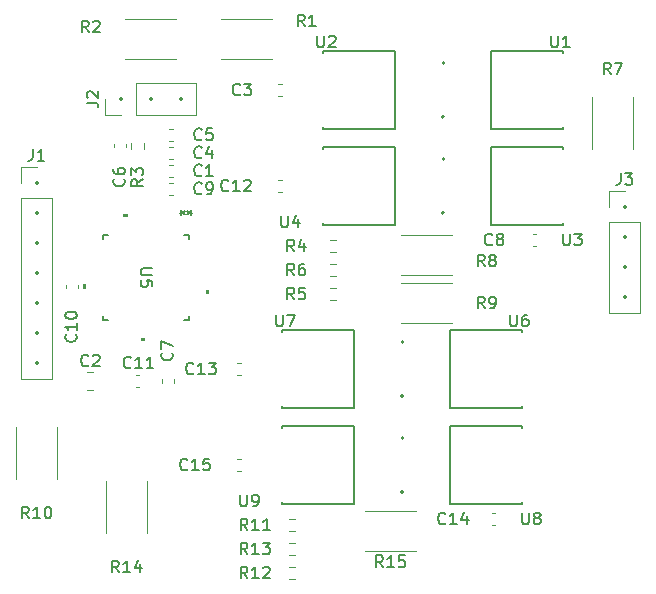
<source format=gto>
%TF.GenerationSoftware,KiCad,Pcbnew,8.0.7*%
%TF.CreationDate,2025-02-15T17:42:46+02:00*%
%TF.ProjectId,stepper-motor-controller,73746570-7065-4722-9d6d-6f746f722d63,rev?*%
%TF.SameCoordinates,Original*%
%TF.FileFunction,Legend,Top*%
%TF.FilePolarity,Positive*%
%FSLAX46Y46*%
G04 Gerber Fmt 4.6, Leading zero omitted, Abs format (unit mm)*
G04 Created by KiCad (PCBNEW 8.0.7) date 2025-02-15 17:42:46*
%MOMM*%
%LPD*%
G01*
G04 APERTURE LIST*
%ADD10C,0.150000*%
%ADD11C,0.120000*%
%ADD12C,0.127000*%
%ADD13C,0.200000*%
%ADD14C,0.000000*%
%ADD15C,0.152400*%
%ADD16C,0.350000*%
G04 APERTURE END LIST*
D10*
X148709142Y-91974819D02*
X148375809Y-91498628D01*
X148137714Y-91974819D02*
X148137714Y-90974819D01*
X148137714Y-90974819D02*
X148518666Y-90974819D01*
X148518666Y-90974819D02*
X148613904Y-91022438D01*
X148613904Y-91022438D02*
X148661523Y-91070057D01*
X148661523Y-91070057D02*
X148709142Y-91165295D01*
X148709142Y-91165295D02*
X148709142Y-91308152D01*
X148709142Y-91308152D02*
X148661523Y-91403390D01*
X148661523Y-91403390D02*
X148613904Y-91451009D01*
X148613904Y-91451009D02*
X148518666Y-91498628D01*
X148518666Y-91498628D02*
X148137714Y-91498628D01*
X149661523Y-91974819D02*
X149090095Y-91974819D01*
X149375809Y-91974819D02*
X149375809Y-90974819D01*
X149375809Y-90974819D02*
X149280571Y-91117676D01*
X149280571Y-91117676D02*
X149185333Y-91212914D01*
X149185333Y-91212914D02*
X149090095Y-91260533D01*
X150566285Y-90974819D02*
X150090095Y-90974819D01*
X150090095Y-90974819D02*
X150042476Y-91451009D01*
X150042476Y-91451009D02*
X150090095Y-91403390D01*
X150090095Y-91403390D02*
X150185333Y-91355771D01*
X150185333Y-91355771D02*
X150423428Y-91355771D01*
X150423428Y-91355771D02*
X150518666Y-91403390D01*
X150518666Y-91403390D02*
X150566285Y-91451009D01*
X150566285Y-91451009D02*
X150613904Y-91546247D01*
X150613904Y-91546247D02*
X150613904Y-91784342D01*
X150613904Y-91784342D02*
X150566285Y-91879580D01*
X150566285Y-91879580D02*
X150518666Y-91927200D01*
X150518666Y-91927200D02*
X150423428Y-91974819D01*
X150423428Y-91974819D02*
X150185333Y-91974819D01*
X150185333Y-91974819D02*
X150090095Y-91927200D01*
X150090095Y-91927200D02*
X150042476Y-91879580D01*
X126357142Y-92402819D02*
X126023809Y-91926628D01*
X125785714Y-92402819D02*
X125785714Y-91402819D01*
X125785714Y-91402819D02*
X126166666Y-91402819D01*
X126166666Y-91402819D02*
X126261904Y-91450438D01*
X126261904Y-91450438D02*
X126309523Y-91498057D01*
X126309523Y-91498057D02*
X126357142Y-91593295D01*
X126357142Y-91593295D02*
X126357142Y-91736152D01*
X126357142Y-91736152D02*
X126309523Y-91831390D01*
X126309523Y-91831390D02*
X126261904Y-91879009D01*
X126261904Y-91879009D02*
X126166666Y-91926628D01*
X126166666Y-91926628D02*
X125785714Y-91926628D01*
X127309523Y-92402819D02*
X126738095Y-92402819D01*
X127023809Y-92402819D02*
X127023809Y-91402819D01*
X127023809Y-91402819D02*
X126928571Y-91545676D01*
X126928571Y-91545676D02*
X126833333Y-91640914D01*
X126833333Y-91640914D02*
X126738095Y-91688533D01*
X128166666Y-91736152D02*
X128166666Y-92402819D01*
X127928571Y-91355200D02*
X127690476Y-92069485D01*
X127690476Y-92069485D02*
X128309523Y-92069485D01*
X118737142Y-87830819D02*
X118403809Y-87354628D01*
X118165714Y-87830819D02*
X118165714Y-86830819D01*
X118165714Y-86830819D02*
X118546666Y-86830819D01*
X118546666Y-86830819D02*
X118641904Y-86878438D01*
X118641904Y-86878438D02*
X118689523Y-86926057D01*
X118689523Y-86926057D02*
X118737142Y-87021295D01*
X118737142Y-87021295D02*
X118737142Y-87164152D01*
X118737142Y-87164152D02*
X118689523Y-87259390D01*
X118689523Y-87259390D02*
X118641904Y-87307009D01*
X118641904Y-87307009D02*
X118546666Y-87354628D01*
X118546666Y-87354628D02*
X118165714Y-87354628D01*
X119689523Y-87830819D02*
X119118095Y-87830819D01*
X119403809Y-87830819D02*
X119403809Y-86830819D01*
X119403809Y-86830819D02*
X119308571Y-86973676D01*
X119308571Y-86973676D02*
X119213333Y-87068914D01*
X119213333Y-87068914D02*
X119118095Y-87116533D01*
X120308571Y-86830819D02*
X120403809Y-86830819D01*
X120403809Y-86830819D02*
X120499047Y-86878438D01*
X120499047Y-86878438D02*
X120546666Y-86926057D01*
X120546666Y-86926057D02*
X120594285Y-87021295D01*
X120594285Y-87021295D02*
X120641904Y-87211771D01*
X120641904Y-87211771D02*
X120641904Y-87449866D01*
X120641904Y-87449866D02*
X120594285Y-87640342D01*
X120594285Y-87640342D02*
X120546666Y-87735580D01*
X120546666Y-87735580D02*
X120499047Y-87783200D01*
X120499047Y-87783200D02*
X120403809Y-87830819D01*
X120403809Y-87830819D02*
X120308571Y-87830819D01*
X120308571Y-87830819D02*
X120213333Y-87783200D01*
X120213333Y-87783200D02*
X120165714Y-87735580D01*
X120165714Y-87735580D02*
X120118095Y-87640342D01*
X120118095Y-87640342D02*
X120070476Y-87449866D01*
X120070476Y-87449866D02*
X120070476Y-87211771D01*
X120070476Y-87211771D02*
X120118095Y-87021295D01*
X120118095Y-87021295D02*
X120165714Y-86926057D01*
X120165714Y-86926057D02*
X120213333Y-86878438D01*
X120213333Y-86878438D02*
X120308571Y-86830819D01*
X157313333Y-70050819D02*
X156980000Y-69574628D01*
X156741905Y-70050819D02*
X156741905Y-69050819D01*
X156741905Y-69050819D02*
X157122857Y-69050819D01*
X157122857Y-69050819D02*
X157218095Y-69098438D01*
X157218095Y-69098438D02*
X157265714Y-69146057D01*
X157265714Y-69146057D02*
X157313333Y-69241295D01*
X157313333Y-69241295D02*
X157313333Y-69384152D01*
X157313333Y-69384152D02*
X157265714Y-69479390D01*
X157265714Y-69479390D02*
X157218095Y-69527009D01*
X157218095Y-69527009D02*
X157122857Y-69574628D01*
X157122857Y-69574628D02*
X156741905Y-69574628D01*
X157789524Y-70050819D02*
X157980000Y-70050819D01*
X157980000Y-70050819D02*
X158075238Y-70003200D01*
X158075238Y-70003200D02*
X158122857Y-69955580D01*
X158122857Y-69955580D02*
X158218095Y-69812723D01*
X158218095Y-69812723D02*
X158265714Y-69622247D01*
X158265714Y-69622247D02*
X158265714Y-69241295D01*
X158265714Y-69241295D02*
X158218095Y-69146057D01*
X158218095Y-69146057D02*
X158170476Y-69098438D01*
X158170476Y-69098438D02*
X158075238Y-69050819D01*
X158075238Y-69050819D02*
X157884762Y-69050819D01*
X157884762Y-69050819D02*
X157789524Y-69098438D01*
X157789524Y-69098438D02*
X157741905Y-69146057D01*
X157741905Y-69146057D02*
X157694286Y-69241295D01*
X157694286Y-69241295D02*
X157694286Y-69479390D01*
X157694286Y-69479390D02*
X157741905Y-69574628D01*
X157741905Y-69574628D02*
X157789524Y-69622247D01*
X157789524Y-69622247D02*
X157884762Y-69669866D01*
X157884762Y-69669866D02*
X158075238Y-69669866D01*
X158075238Y-69669866D02*
X158170476Y-69622247D01*
X158170476Y-69622247D02*
X158218095Y-69574628D01*
X158218095Y-69574628D02*
X158265714Y-69479390D01*
X157313333Y-66494819D02*
X156980000Y-66018628D01*
X156741905Y-66494819D02*
X156741905Y-65494819D01*
X156741905Y-65494819D02*
X157122857Y-65494819D01*
X157122857Y-65494819D02*
X157218095Y-65542438D01*
X157218095Y-65542438D02*
X157265714Y-65590057D01*
X157265714Y-65590057D02*
X157313333Y-65685295D01*
X157313333Y-65685295D02*
X157313333Y-65828152D01*
X157313333Y-65828152D02*
X157265714Y-65923390D01*
X157265714Y-65923390D02*
X157218095Y-65971009D01*
X157218095Y-65971009D02*
X157122857Y-66018628D01*
X157122857Y-66018628D02*
X156741905Y-66018628D01*
X157884762Y-65923390D02*
X157789524Y-65875771D01*
X157789524Y-65875771D02*
X157741905Y-65828152D01*
X157741905Y-65828152D02*
X157694286Y-65732914D01*
X157694286Y-65732914D02*
X157694286Y-65685295D01*
X157694286Y-65685295D02*
X157741905Y-65590057D01*
X157741905Y-65590057D02*
X157789524Y-65542438D01*
X157789524Y-65542438D02*
X157884762Y-65494819D01*
X157884762Y-65494819D02*
X158075238Y-65494819D01*
X158075238Y-65494819D02*
X158170476Y-65542438D01*
X158170476Y-65542438D02*
X158218095Y-65590057D01*
X158218095Y-65590057D02*
X158265714Y-65685295D01*
X158265714Y-65685295D02*
X158265714Y-65732914D01*
X158265714Y-65732914D02*
X158218095Y-65828152D01*
X158218095Y-65828152D02*
X158170476Y-65875771D01*
X158170476Y-65875771D02*
X158075238Y-65923390D01*
X158075238Y-65923390D02*
X157884762Y-65923390D01*
X157884762Y-65923390D02*
X157789524Y-65971009D01*
X157789524Y-65971009D02*
X157741905Y-66018628D01*
X157741905Y-66018628D02*
X157694286Y-66113866D01*
X157694286Y-66113866D02*
X157694286Y-66304342D01*
X157694286Y-66304342D02*
X157741905Y-66399580D01*
X157741905Y-66399580D02*
X157789524Y-66447200D01*
X157789524Y-66447200D02*
X157884762Y-66494819D01*
X157884762Y-66494819D02*
X158075238Y-66494819D01*
X158075238Y-66494819D02*
X158170476Y-66447200D01*
X158170476Y-66447200D02*
X158218095Y-66399580D01*
X158218095Y-66399580D02*
X158265714Y-66304342D01*
X158265714Y-66304342D02*
X158265714Y-66113866D01*
X158265714Y-66113866D02*
X158218095Y-66018628D01*
X158218095Y-66018628D02*
X158170476Y-65971009D01*
X158170476Y-65971009D02*
X158075238Y-65923390D01*
X167981333Y-50238819D02*
X167648000Y-49762628D01*
X167409905Y-50238819D02*
X167409905Y-49238819D01*
X167409905Y-49238819D02*
X167790857Y-49238819D01*
X167790857Y-49238819D02*
X167886095Y-49286438D01*
X167886095Y-49286438D02*
X167933714Y-49334057D01*
X167933714Y-49334057D02*
X167981333Y-49429295D01*
X167981333Y-49429295D02*
X167981333Y-49572152D01*
X167981333Y-49572152D02*
X167933714Y-49667390D01*
X167933714Y-49667390D02*
X167886095Y-49715009D01*
X167886095Y-49715009D02*
X167790857Y-49762628D01*
X167790857Y-49762628D02*
X167409905Y-49762628D01*
X168314667Y-49238819D02*
X168981333Y-49238819D01*
X168981333Y-49238819D02*
X168552762Y-50238819D01*
X123785333Y-46682819D02*
X123452000Y-46206628D01*
X123213905Y-46682819D02*
X123213905Y-45682819D01*
X123213905Y-45682819D02*
X123594857Y-45682819D01*
X123594857Y-45682819D02*
X123690095Y-45730438D01*
X123690095Y-45730438D02*
X123737714Y-45778057D01*
X123737714Y-45778057D02*
X123785333Y-45873295D01*
X123785333Y-45873295D02*
X123785333Y-46016152D01*
X123785333Y-46016152D02*
X123737714Y-46111390D01*
X123737714Y-46111390D02*
X123690095Y-46159009D01*
X123690095Y-46159009D02*
X123594857Y-46206628D01*
X123594857Y-46206628D02*
X123213905Y-46206628D01*
X124166286Y-45778057D02*
X124213905Y-45730438D01*
X124213905Y-45730438D02*
X124309143Y-45682819D01*
X124309143Y-45682819D02*
X124547238Y-45682819D01*
X124547238Y-45682819D02*
X124642476Y-45730438D01*
X124642476Y-45730438D02*
X124690095Y-45778057D01*
X124690095Y-45778057D02*
X124737714Y-45873295D01*
X124737714Y-45873295D02*
X124737714Y-45968533D01*
X124737714Y-45968533D02*
X124690095Y-46111390D01*
X124690095Y-46111390D02*
X124118667Y-46682819D01*
X124118667Y-46682819D02*
X124737714Y-46682819D01*
X142073333Y-46174819D02*
X141740000Y-45698628D01*
X141501905Y-46174819D02*
X141501905Y-45174819D01*
X141501905Y-45174819D02*
X141882857Y-45174819D01*
X141882857Y-45174819D02*
X141978095Y-45222438D01*
X141978095Y-45222438D02*
X142025714Y-45270057D01*
X142025714Y-45270057D02*
X142073333Y-45365295D01*
X142073333Y-45365295D02*
X142073333Y-45508152D01*
X142073333Y-45508152D02*
X142025714Y-45603390D01*
X142025714Y-45603390D02*
X141978095Y-45651009D01*
X141978095Y-45651009D02*
X141882857Y-45698628D01*
X141882857Y-45698628D02*
X141501905Y-45698628D01*
X143025714Y-46174819D02*
X142454286Y-46174819D01*
X142740000Y-46174819D02*
X142740000Y-45174819D01*
X142740000Y-45174819D02*
X142644762Y-45317676D01*
X142644762Y-45317676D02*
X142549524Y-45412914D01*
X142549524Y-45412914D02*
X142454286Y-45460533D01*
X123763833Y-74879580D02*
X123716214Y-74927200D01*
X123716214Y-74927200D02*
X123573357Y-74974819D01*
X123573357Y-74974819D02*
X123478119Y-74974819D01*
X123478119Y-74974819D02*
X123335262Y-74927200D01*
X123335262Y-74927200D02*
X123240024Y-74831961D01*
X123240024Y-74831961D02*
X123192405Y-74736723D01*
X123192405Y-74736723D02*
X123144786Y-74546247D01*
X123144786Y-74546247D02*
X123144786Y-74403390D01*
X123144786Y-74403390D02*
X123192405Y-74212914D01*
X123192405Y-74212914D02*
X123240024Y-74117676D01*
X123240024Y-74117676D02*
X123335262Y-74022438D01*
X123335262Y-74022438D02*
X123478119Y-73974819D01*
X123478119Y-73974819D02*
X123573357Y-73974819D01*
X123573357Y-73974819D02*
X123716214Y-74022438D01*
X123716214Y-74022438D02*
X123763833Y-74070057D01*
X124144786Y-74070057D02*
X124192405Y-74022438D01*
X124192405Y-74022438D02*
X124287643Y-73974819D01*
X124287643Y-73974819D02*
X124525738Y-73974819D01*
X124525738Y-73974819D02*
X124620976Y-74022438D01*
X124620976Y-74022438D02*
X124668595Y-74070057D01*
X124668595Y-74070057D02*
X124716214Y-74165295D01*
X124716214Y-74165295D02*
X124716214Y-74260533D01*
X124716214Y-74260533D02*
X124668595Y-74403390D01*
X124668595Y-74403390D02*
X124097167Y-74974819D01*
X124097167Y-74974819D02*
X124716214Y-74974819D01*
X159471095Y-70574819D02*
X159471095Y-71384342D01*
X159471095Y-71384342D02*
X159518714Y-71479580D01*
X159518714Y-71479580D02*
X159566333Y-71527200D01*
X159566333Y-71527200D02*
X159661571Y-71574819D01*
X159661571Y-71574819D02*
X159852047Y-71574819D01*
X159852047Y-71574819D02*
X159947285Y-71527200D01*
X159947285Y-71527200D02*
X159994904Y-71479580D01*
X159994904Y-71479580D02*
X160042523Y-71384342D01*
X160042523Y-71384342D02*
X160042523Y-70574819D01*
X160947285Y-70574819D02*
X160756809Y-70574819D01*
X160756809Y-70574819D02*
X160661571Y-70622438D01*
X160661571Y-70622438D02*
X160613952Y-70670057D01*
X160613952Y-70670057D02*
X160518714Y-70812914D01*
X160518714Y-70812914D02*
X160471095Y-71003390D01*
X160471095Y-71003390D02*
X160471095Y-71384342D01*
X160471095Y-71384342D02*
X160518714Y-71479580D01*
X160518714Y-71479580D02*
X160566333Y-71527200D01*
X160566333Y-71527200D02*
X160661571Y-71574819D01*
X160661571Y-71574819D02*
X160852047Y-71574819D01*
X160852047Y-71574819D02*
X160947285Y-71527200D01*
X160947285Y-71527200D02*
X160994904Y-71479580D01*
X160994904Y-71479580D02*
X161042523Y-71384342D01*
X161042523Y-71384342D02*
X161042523Y-71146247D01*
X161042523Y-71146247D02*
X160994904Y-71051009D01*
X160994904Y-71051009D02*
X160947285Y-71003390D01*
X160947285Y-71003390D02*
X160852047Y-70955771D01*
X160852047Y-70955771D02*
X160661571Y-70955771D01*
X160661571Y-70955771D02*
X160566333Y-71003390D01*
X160566333Y-71003390D02*
X160518714Y-71051009D01*
X160518714Y-71051009D02*
X160471095Y-71146247D01*
X137238142Y-90878819D02*
X136904809Y-90402628D01*
X136666714Y-90878819D02*
X136666714Y-89878819D01*
X136666714Y-89878819D02*
X137047666Y-89878819D01*
X137047666Y-89878819D02*
X137142904Y-89926438D01*
X137142904Y-89926438D02*
X137190523Y-89974057D01*
X137190523Y-89974057D02*
X137238142Y-90069295D01*
X137238142Y-90069295D02*
X137238142Y-90212152D01*
X137238142Y-90212152D02*
X137190523Y-90307390D01*
X137190523Y-90307390D02*
X137142904Y-90355009D01*
X137142904Y-90355009D02*
X137047666Y-90402628D01*
X137047666Y-90402628D02*
X136666714Y-90402628D01*
X138190523Y-90878819D02*
X137619095Y-90878819D01*
X137904809Y-90878819D02*
X137904809Y-89878819D01*
X137904809Y-89878819D02*
X137809571Y-90021676D01*
X137809571Y-90021676D02*
X137714333Y-90116914D01*
X137714333Y-90116914D02*
X137619095Y-90164533D01*
X138523857Y-89878819D02*
X139142904Y-89878819D01*
X139142904Y-89878819D02*
X138809571Y-90259771D01*
X138809571Y-90259771D02*
X138952428Y-90259771D01*
X138952428Y-90259771D02*
X139047666Y-90307390D01*
X139047666Y-90307390D02*
X139095285Y-90355009D01*
X139095285Y-90355009D02*
X139142904Y-90450247D01*
X139142904Y-90450247D02*
X139142904Y-90688342D01*
X139142904Y-90688342D02*
X139095285Y-90783580D01*
X139095285Y-90783580D02*
X139047666Y-90831200D01*
X139047666Y-90831200D02*
X138952428Y-90878819D01*
X138952428Y-90878819D02*
X138666714Y-90878819D01*
X138666714Y-90878819D02*
X138571476Y-90831200D01*
X138571476Y-90831200D02*
X138523857Y-90783580D01*
X129194180Y-66677095D02*
X128384657Y-66677095D01*
X128384657Y-66677095D02*
X128289419Y-66724714D01*
X128289419Y-66724714D02*
X128241800Y-66772333D01*
X128241800Y-66772333D02*
X128194180Y-66867571D01*
X128194180Y-66867571D02*
X128194180Y-67058047D01*
X128194180Y-67058047D02*
X128241800Y-67153285D01*
X128241800Y-67153285D02*
X128289419Y-67200904D01*
X128289419Y-67200904D02*
X128384657Y-67248523D01*
X128384657Y-67248523D02*
X129194180Y-67248523D01*
X129194180Y-68200904D02*
X129194180Y-67724714D01*
X129194180Y-67724714D02*
X128717990Y-67677095D01*
X128717990Y-67677095D02*
X128765609Y-67724714D01*
X128765609Y-67724714D02*
X128813228Y-67819952D01*
X128813228Y-67819952D02*
X128813228Y-68058047D01*
X128813228Y-68058047D02*
X128765609Y-68153285D01*
X128765609Y-68153285D02*
X128717990Y-68200904D01*
X128717990Y-68200904D02*
X128622752Y-68248523D01*
X128622752Y-68248523D02*
X128384657Y-68248523D01*
X128384657Y-68248523D02*
X128289419Y-68200904D01*
X128289419Y-68200904D02*
X128241800Y-68153285D01*
X128241800Y-68153285D02*
X128194180Y-68058047D01*
X128194180Y-68058047D02*
X128194180Y-67819952D01*
X128194180Y-67819952D02*
X128241800Y-67724714D01*
X128241800Y-67724714D02*
X128289419Y-67677095D01*
X131484819Y-61952599D02*
X131722914Y-61952599D01*
X131627676Y-62190694D02*
X131722914Y-61952599D01*
X131722914Y-61952599D02*
X131627676Y-61714504D01*
X131913390Y-62095456D02*
X131722914Y-61952599D01*
X131722914Y-61952599D02*
X131913390Y-61809742D01*
X132575180Y-61952600D02*
X132337085Y-61952600D01*
X132432323Y-61714505D02*
X132337085Y-61952600D01*
X132337085Y-61952600D02*
X132432323Y-62190695D01*
X132146609Y-61809743D02*
X132337085Y-61952600D01*
X132337085Y-61952600D02*
X132146609Y-62095457D01*
X160487095Y-87338819D02*
X160487095Y-88148342D01*
X160487095Y-88148342D02*
X160534714Y-88243580D01*
X160534714Y-88243580D02*
X160582333Y-88291200D01*
X160582333Y-88291200D02*
X160677571Y-88338819D01*
X160677571Y-88338819D02*
X160868047Y-88338819D01*
X160868047Y-88338819D02*
X160963285Y-88291200D01*
X160963285Y-88291200D02*
X161010904Y-88243580D01*
X161010904Y-88243580D02*
X161058523Y-88148342D01*
X161058523Y-88148342D02*
X161058523Y-87338819D01*
X161677571Y-87767390D02*
X161582333Y-87719771D01*
X161582333Y-87719771D02*
X161534714Y-87672152D01*
X161534714Y-87672152D02*
X161487095Y-87576914D01*
X161487095Y-87576914D02*
X161487095Y-87529295D01*
X161487095Y-87529295D02*
X161534714Y-87434057D01*
X161534714Y-87434057D02*
X161582333Y-87386438D01*
X161582333Y-87386438D02*
X161677571Y-87338819D01*
X161677571Y-87338819D02*
X161868047Y-87338819D01*
X161868047Y-87338819D02*
X161963285Y-87386438D01*
X161963285Y-87386438D02*
X162010904Y-87434057D01*
X162010904Y-87434057D02*
X162058523Y-87529295D01*
X162058523Y-87529295D02*
X162058523Y-87576914D01*
X162058523Y-87576914D02*
X162010904Y-87672152D01*
X162010904Y-87672152D02*
X161963285Y-87719771D01*
X161963285Y-87719771D02*
X161868047Y-87767390D01*
X161868047Y-87767390D02*
X161677571Y-87767390D01*
X161677571Y-87767390D02*
X161582333Y-87815009D01*
X161582333Y-87815009D02*
X161534714Y-87862628D01*
X161534714Y-87862628D02*
X161487095Y-87957866D01*
X161487095Y-87957866D02*
X161487095Y-88148342D01*
X161487095Y-88148342D02*
X161534714Y-88243580D01*
X161534714Y-88243580D02*
X161582333Y-88291200D01*
X161582333Y-88291200D02*
X161677571Y-88338819D01*
X161677571Y-88338819D02*
X161868047Y-88338819D01*
X161868047Y-88338819D02*
X161963285Y-88291200D01*
X161963285Y-88291200D02*
X162010904Y-88243580D01*
X162010904Y-88243580D02*
X162058523Y-88148342D01*
X162058523Y-88148342D02*
X162058523Y-87957866D01*
X162058523Y-87957866D02*
X162010904Y-87862628D01*
X162010904Y-87862628D02*
X161963285Y-87815009D01*
X161963285Y-87815009D02*
X161868047Y-87767390D01*
X128385819Y-59133966D02*
X127909628Y-59467299D01*
X128385819Y-59705394D02*
X127385819Y-59705394D01*
X127385819Y-59705394D02*
X127385819Y-59324442D01*
X127385819Y-59324442D02*
X127433438Y-59229204D01*
X127433438Y-59229204D02*
X127481057Y-59181585D01*
X127481057Y-59181585D02*
X127576295Y-59133966D01*
X127576295Y-59133966D02*
X127719152Y-59133966D01*
X127719152Y-59133966D02*
X127814390Y-59181585D01*
X127814390Y-59181585D02*
X127862009Y-59229204D01*
X127862009Y-59229204D02*
X127909628Y-59324442D01*
X127909628Y-59324442D02*
X127909628Y-59705394D01*
X127385819Y-58800632D02*
X127385819Y-58181585D01*
X127385819Y-58181585D02*
X127766771Y-58514918D01*
X127766771Y-58514918D02*
X127766771Y-58372061D01*
X127766771Y-58372061D02*
X127814390Y-58276823D01*
X127814390Y-58276823D02*
X127862009Y-58229204D01*
X127862009Y-58229204D02*
X127957247Y-58181585D01*
X127957247Y-58181585D02*
X128195342Y-58181585D01*
X128195342Y-58181585D02*
X128290580Y-58229204D01*
X128290580Y-58229204D02*
X128338200Y-58276823D01*
X128338200Y-58276823D02*
X128385819Y-58372061D01*
X128385819Y-58372061D02*
X128385819Y-58657775D01*
X128385819Y-58657775D02*
X128338200Y-58753013D01*
X128338200Y-58753013D02*
X128290580Y-58800632D01*
X137238142Y-92910819D02*
X136904809Y-92434628D01*
X136666714Y-92910819D02*
X136666714Y-91910819D01*
X136666714Y-91910819D02*
X137047666Y-91910819D01*
X137047666Y-91910819D02*
X137142904Y-91958438D01*
X137142904Y-91958438D02*
X137190523Y-92006057D01*
X137190523Y-92006057D02*
X137238142Y-92101295D01*
X137238142Y-92101295D02*
X137238142Y-92244152D01*
X137238142Y-92244152D02*
X137190523Y-92339390D01*
X137190523Y-92339390D02*
X137142904Y-92387009D01*
X137142904Y-92387009D02*
X137047666Y-92434628D01*
X137047666Y-92434628D02*
X136666714Y-92434628D01*
X138190523Y-92910819D02*
X137619095Y-92910819D01*
X137904809Y-92910819D02*
X137904809Y-91910819D01*
X137904809Y-91910819D02*
X137809571Y-92053676D01*
X137809571Y-92053676D02*
X137714333Y-92148914D01*
X137714333Y-92148914D02*
X137619095Y-92196533D01*
X138571476Y-92006057D02*
X138619095Y-91958438D01*
X138619095Y-91958438D02*
X138714333Y-91910819D01*
X138714333Y-91910819D02*
X138952428Y-91910819D01*
X138952428Y-91910819D02*
X139047666Y-91958438D01*
X139047666Y-91958438D02*
X139095285Y-92006057D01*
X139095285Y-92006057D02*
X139142904Y-92101295D01*
X139142904Y-92101295D02*
X139142904Y-92196533D01*
X139142904Y-92196533D02*
X139095285Y-92339390D01*
X139095285Y-92339390D02*
X138523857Y-92910819D01*
X138523857Y-92910819D02*
X139142904Y-92910819D01*
X122702580Y-72260157D02*
X122750200Y-72307776D01*
X122750200Y-72307776D02*
X122797819Y-72450633D01*
X122797819Y-72450633D02*
X122797819Y-72545871D01*
X122797819Y-72545871D02*
X122750200Y-72688728D01*
X122750200Y-72688728D02*
X122654961Y-72783966D01*
X122654961Y-72783966D02*
X122559723Y-72831585D01*
X122559723Y-72831585D02*
X122369247Y-72879204D01*
X122369247Y-72879204D02*
X122226390Y-72879204D01*
X122226390Y-72879204D02*
X122035914Y-72831585D01*
X122035914Y-72831585D02*
X121940676Y-72783966D01*
X121940676Y-72783966D02*
X121845438Y-72688728D01*
X121845438Y-72688728D02*
X121797819Y-72545871D01*
X121797819Y-72545871D02*
X121797819Y-72450633D01*
X121797819Y-72450633D02*
X121845438Y-72307776D01*
X121845438Y-72307776D02*
X121893057Y-72260157D01*
X122797819Y-71307776D02*
X122797819Y-71879204D01*
X122797819Y-71593490D02*
X121797819Y-71593490D01*
X121797819Y-71593490D02*
X121940676Y-71688728D01*
X121940676Y-71688728D02*
X122035914Y-71783966D01*
X122035914Y-71783966D02*
X122083533Y-71879204D01*
X121797819Y-70688728D02*
X121797819Y-70593490D01*
X121797819Y-70593490D02*
X121845438Y-70498252D01*
X121845438Y-70498252D02*
X121893057Y-70450633D01*
X121893057Y-70450633D02*
X121988295Y-70403014D01*
X121988295Y-70403014D02*
X122178771Y-70355395D01*
X122178771Y-70355395D02*
X122416866Y-70355395D01*
X122416866Y-70355395D02*
X122607342Y-70403014D01*
X122607342Y-70403014D02*
X122702580Y-70450633D01*
X122702580Y-70450633D02*
X122750200Y-70498252D01*
X122750200Y-70498252D02*
X122797819Y-70593490D01*
X122797819Y-70593490D02*
X122797819Y-70688728D01*
X122797819Y-70688728D02*
X122750200Y-70783966D01*
X122750200Y-70783966D02*
X122702580Y-70831585D01*
X122702580Y-70831585D02*
X122607342Y-70879204D01*
X122607342Y-70879204D02*
X122416866Y-70926823D01*
X122416866Y-70926823D02*
X122178771Y-70926823D01*
X122178771Y-70926823D02*
X121988295Y-70879204D01*
X121988295Y-70879204D02*
X121893057Y-70831585D01*
X121893057Y-70831585D02*
X121845438Y-70783966D01*
X121845438Y-70783966D02*
X121797819Y-70688728D01*
X127373142Y-75035580D02*
X127325523Y-75083200D01*
X127325523Y-75083200D02*
X127182666Y-75130819D01*
X127182666Y-75130819D02*
X127087428Y-75130819D01*
X127087428Y-75130819D02*
X126944571Y-75083200D01*
X126944571Y-75083200D02*
X126849333Y-74987961D01*
X126849333Y-74987961D02*
X126801714Y-74892723D01*
X126801714Y-74892723D02*
X126754095Y-74702247D01*
X126754095Y-74702247D02*
X126754095Y-74559390D01*
X126754095Y-74559390D02*
X126801714Y-74368914D01*
X126801714Y-74368914D02*
X126849333Y-74273676D01*
X126849333Y-74273676D02*
X126944571Y-74178438D01*
X126944571Y-74178438D02*
X127087428Y-74130819D01*
X127087428Y-74130819D02*
X127182666Y-74130819D01*
X127182666Y-74130819D02*
X127325523Y-74178438D01*
X127325523Y-74178438D02*
X127373142Y-74226057D01*
X128325523Y-75130819D02*
X127754095Y-75130819D01*
X128039809Y-75130819D02*
X128039809Y-74130819D01*
X128039809Y-74130819D02*
X127944571Y-74273676D01*
X127944571Y-74273676D02*
X127849333Y-74368914D01*
X127849333Y-74368914D02*
X127754095Y-74416533D01*
X129277904Y-75130819D02*
X128706476Y-75130819D01*
X128992190Y-75130819D02*
X128992190Y-74130819D01*
X128992190Y-74130819D02*
X128896952Y-74273676D01*
X128896952Y-74273676D02*
X128801714Y-74368914D01*
X128801714Y-74368914D02*
X128706476Y-74416533D01*
X154002142Y-88243580D02*
X153954523Y-88291200D01*
X153954523Y-88291200D02*
X153811666Y-88338819D01*
X153811666Y-88338819D02*
X153716428Y-88338819D01*
X153716428Y-88338819D02*
X153573571Y-88291200D01*
X153573571Y-88291200D02*
X153478333Y-88195961D01*
X153478333Y-88195961D02*
X153430714Y-88100723D01*
X153430714Y-88100723D02*
X153383095Y-87910247D01*
X153383095Y-87910247D02*
X153383095Y-87767390D01*
X153383095Y-87767390D02*
X153430714Y-87576914D01*
X153430714Y-87576914D02*
X153478333Y-87481676D01*
X153478333Y-87481676D02*
X153573571Y-87386438D01*
X153573571Y-87386438D02*
X153716428Y-87338819D01*
X153716428Y-87338819D02*
X153811666Y-87338819D01*
X153811666Y-87338819D02*
X153954523Y-87386438D01*
X153954523Y-87386438D02*
X154002142Y-87434057D01*
X154954523Y-88338819D02*
X154383095Y-88338819D01*
X154668809Y-88338819D02*
X154668809Y-87338819D01*
X154668809Y-87338819D02*
X154573571Y-87481676D01*
X154573571Y-87481676D02*
X154478333Y-87576914D01*
X154478333Y-87576914D02*
X154383095Y-87624533D01*
X155811666Y-87672152D02*
X155811666Y-88338819D01*
X155573571Y-87291200D02*
X155335476Y-88005485D01*
X155335476Y-88005485D02*
X155954523Y-88005485D01*
X133352333Y-60292880D02*
X133304714Y-60340500D01*
X133304714Y-60340500D02*
X133161857Y-60388119D01*
X133161857Y-60388119D02*
X133066619Y-60388119D01*
X133066619Y-60388119D02*
X132923762Y-60340500D01*
X132923762Y-60340500D02*
X132828524Y-60245261D01*
X132828524Y-60245261D02*
X132780905Y-60150023D01*
X132780905Y-60150023D02*
X132733286Y-59959547D01*
X132733286Y-59959547D02*
X132733286Y-59816690D01*
X132733286Y-59816690D02*
X132780905Y-59626214D01*
X132780905Y-59626214D02*
X132828524Y-59530976D01*
X132828524Y-59530976D02*
X132923762Y-59435738D01*
X132923762Y-59435738D02*
X133066619Y-59388119D01*
X133066619Y-59388119D02*
X133161857Y-59388119D01*
X133161857Y-59388119D02*
X133304714Y-59435738D01*
X133304714Y-59435738D02*
X133352333Y-59483357D01*
X133828524Y-60388119D02*
X134019000Y-60388119D01*
X134019000Y-60388119D02*
X134114238Y-60340500D01*
X134114238Y-60340500D02*
X134161857Y-60292880D01*
X134161857Y-60292880D02*
X134257095Y-60150023D01*
X134257095Y-60150023D02*
X134304714Y-59959547D01*
X134304714Y-59959547D02*
X134304714Y-59578595D01*
X134304714Y-59578595D02*
X134257095Y-59483357D01*
X134257095Y-59483357D02*
X134209476Y-59435738D01*
X134209476Y-59435738D02*
X134114238Y-59388119D01*
X134114238Y-59388119D02*
X133923762Y-59388119D01*
X133923762Y-59388119D02*
X133828524Y-59435738D01*
X133828524Y-59435738D02*
X133780905Y-59483357D01*
X133780905Y-59483357D02*
X133733286Y-59578595D01*
X133733286Y-59578595D02*
X133733286Y-59816690D01*
X133733286Y-59816690D02*
X133780905Y-59911928D01*
X133780905Y-59911928D02*
X133828524Y-59959547D01*
X133828524Y-59959547D02*
X133923762Y-60007166D01*
X133923762Y-60007166D02*
X134114238Y-60007166D01*
X134114238Y-60007166D02*
X134209476Y-59959547D01*
X134209476Y-59959547D02*
X134257095Y-59911928D01*
X134257095Y-59911928D02*
X134304714Y-59816690D01*
X132158142Y-83671580D02*
X132110523Y-83719200D01*
X132110523Y-83719200D02*
X131967666Y-83766819D01*
X131967666Y-83766819D02*
X131872428Y-83766819D01*
X131872428Y-83766819D02*
X131729571Y-83719200D01*
X131729571Y-83719200D02*
X131634333Y-83623961D01*
X131634333Y-83623961D02*
X131586714Y-83528723D01*
X131586714Y-83528723D02*
X131539095Y-83338247D01*
X131539095Y-83338247D02*
X131539095Y-83195390D01*
X131539095Y-83195390D02*
X131586714Y-83004914D01*
X131586714Y-83004914D02*
X131634333Y-82909676D01*
X131634333Y-82909676D02*
X131729571Y-82814438D01*
X131729571Y-82814438D02*
X131872428Y-82766819D01*
X131872428Y-82766819D02*
X131967666Y-82766819D01*
X131967666Y-82766819D02*
X132110523Y-82814438D01*
X132110523Y-82814438D02*
X132158142Y-82862057D01*
X133110523Y-83766819D02*
X132539095Y-83766819D01*
X132824809Y-83766819D02*
X132824809Y-82766819D01*
X132824809Y-82766819D02*
X132729571Y-82909676D01*
X132729571Y-82909676D02*
X132634333Y-83004914D01*
X132634333Y-83004914D02*
X132539095Y-83052533D01*
X134015285Y-82766819D02*
X133539095Y-82766819D01*
X133539095Y-82766819D02*
X133491476Y-83243009D01*
X133491476Y-83243009D02*
X133539095Y-83195390D01*
X133539095Y-83195390D02*
X133634333Y-83147771D01*
X133634333Y-83147771D02*
X133872428Y-83147771D01*
X133872428Y-83147771D02*
X133967666Y-83195390D01*
X133967666Y-83195390D02*
X134015285Y-83243009D01*
X134015285Y-83243009D02*
X134062904Y-83338247D01*
X134062904Y-83338247D02*
X134062904Y-83576342D01*
X134062904Y-83576342D02*
X134015285Y-83671580D01*
X134015285Y-83671580D02*
X133967666Y-83719200D01*
X133967666Y-83719200D02*
X133872428Y-83766819D01*
X133872428Y-83766819D02*
X133634333Y-83766819D01*
X133634333Y-83766819D02*
X133539095Y-83719200D01*
X133539095Y-83719200D02*
X133491476Y-83671580D01*
X126766580Y-59083966D02*
X126814200Y-59131585D01*
X126814200Y-59131585D02*
X126861819Y-59274442D01*
X126861819Y-59274442D02*
X126861819Y-59369680D01*
X126861819Y-59369680D02*
X126814200Y-59512537D01*
X126814200Y-59512537D02*
X126718961Y-59607775D01*
X126718961Y-59607775D02*
X126623723Y-59655394D01*
X126623723Y-59655394D02*
X126433247Y-59703013D01*
X126433247Y-59703013D02*
X126290390Y-59703013D01*
X126290390Y-59703013D02*
X126099914Y-59655394D01*
X126099914Y-59655394D02*
X126004676Y-59607775D01*
X126004676Y-59607775D02*
X125909438Y-59512537D01*
X125909438Y-59512537D02*
X125861819Y-59369680D01*
X125861819Y-59369680D02*
X125861819Y-59274442D01*
X125861819Y-59274442D02*
X125909438Y-59131585D01*
X125909438Y-59131585D02*
X125957057Y-59083966D01*
X125861819Y-58226823D02*
X125861819Y-58417299D01*
X125861819Y-58417299D02*
X125909438Y-58512537D01*
X125909438Y-58512537D02*
X125957057Y-58560156D01*
X125957057Y-58560156D02*
X126099914Y-58655394D01*
X126099914Y-58655394D02*
X126290390Y-58703013D01*
X126290390Y-58703013D02*
X126671342Y-58703013D01*
X126671342Y-58703013D02*
X126766580Y-58655394D01*
X126766580Y-58655394D02*
X126814200Y-58607775D01*
X126814200Y-58607775D02*
X126861819Y-58512537D01*
X126861819Y-58512537D02*
X126861819Y-58322061D01*
X126861819Y-58322061D02*
X126814200Y-58226823D01*
X126814200Y-58226823D02*
X126766580Y-58179204D01*
X126766580Y-58179204D02*
X126671342Y-58131585D01*
X126671342Y-58131585D02*
X126433247Y-58131585D01*
X126433247Y-58131585D02*
X126338009Y-58179204D01*
X126338009Y-58179204D02*
X126290390Y-58226823D01*
X126290390Y-58226823D02*
X126242771Y-58322061D01*
X126242771Y-58322061D02*
X126242771Y-58512537D01*
X126242771Y-58512537D02*
X126290390Y-58607775D01*
X126290390Y-58607775D02*
X126338009Y-58655394D01*
X126338009Y-58655394D02*
X126433247Y-58703013D01*
X139659095Y-70574819D02*
X139659095Y-71384342D01*
X139659095Y-71384342D02*
X139706714Y-71479580D01*
X139706714Y-71479580D02*
X139754333Y-71527200D01*
X139754333Y-71527200D02*
X139849571Y-71574819D01*
X139849571Y-71574819D02*
X140040047Y-71574819D01*
X140040047Y-71574819D02*
X140135285Y-71527200D01*
X140135285Y-71527200D02*
X140182904Y-71479580D01*
X140182904Y-71479580D02*
X140230523Y-71384342D01*
X140230523Y-71384342D02*
X140230523Y-70574819D01*
X140611476Y-70574819D02*
X141278142Y-70574819D01*
X141278142Y-70574819D02*
X140849571Y-71574819D01*
X132666142Y-75543580D02*
X132618523Y-75591200D01*
X132618523Y-75591200D02*
X132475666Y-75638819D01*
X132475666Y-75638819D02*
X132380428Y-75638819D01*
X132380428Y-75638819D02*
X132237571Y-75591200D01*
X132237571Y-75591200D02*
X132142333Y-75495961D01*
X132142333Y-75495961D02*
X132094714Y-75400723D01*
X132094714Y-75400723D02*
X132047095Y-75210247D01*
X132047095Y-75210247D02*
X132047095Y-75067390D01*
X132047095Y-75067390D02*
X132094714Y-74876914D01*
X132094714Y-74876914D02*
X132142333Y-74781676D01*
X132142333Y-74781676D02*
X132237571Y-74686438D01*
X132237571Y-74686438D02*
X132380428Y-74638819D01*
X132380428Y-74638819D02*
X132475666Y-74638819D01*
X132475666Y-74638819D02*
X132618523Y-74686438D01*
X132618523Y-74686438D02*
X132666142Y-74734057D01*
X133618523Y-75638819D02*
X133047095Y-75638819D01*
X133332809Y-75638819D02*
X133332809Y-74638819D01*
X133332809Y-74638819D02*
X133237571Y-74781676D01*
X133237571Y-74781676D02*
X133142333Y-74876914D01*
X133142333Y-74876914D02*
X133047095Y-74924533D01*
X133951857Y-74638819D02*
X134570904Y-74638819D01*
X134570904Y-74638819D02*
X134237571Y-75019771D01*
X134237571Y-75019771D02*
X134380428Y-75019771D01*
X134380428Y-75019771D02*
X134475666Y-75067390D01*
X134475666Y-75067390D02*
X134523285Y-75115009D01*
X134523285Y-75115009D02*
X134570904Y-75210247D01*
X134570904Y-75210247D02*
X134570904Y-75448342D01*
X134570904Y-75448342D02*
X134523285Y-75543580D01*
X134523285Y-75543580D02*
X134475666Y-75591200D01*
X134475666Y-75591200D02*
X134380428Y-75638819D01*
X134380428Y-75638819D02*
X134094714Y-75638819D01*
X134094714Y-75638819D02*
X133999476Y-75591200D01*
X133999476Y-75591200D02*
X133951857Y-75543580D01*
X130830580Y-73815966D02*
X130878200Y-73863585D01*
X130878200Y-73863585D02*
X130925819Y-74006442D01*
X130925819Y-74006442D02*
X130925819Y-74101680D01*
X130925819Y-74101680D02*
X130878200Y-74244537D01*
X130878200Y-74244537D02*
X130782961Y-74339775D01*
X130782961Y-74339775D02*
X130687723Y-74387394D01*
X130687723Y-74387394D02*
X130497247Y-74435013D01*
X130497247Y-74435013D02*
X130354390Y-74435013D01*
X130354390Y-74435013D02*
X130163914Y-74387394D01*
X130163914Y-74387394D02*
X130068676Y-74339775D01*
X130068676Y-74339775D02*
X129973438Y-74244537D01*
X129973438Y-74244537D02*
X129925819Y-74101680D01*
X129925819Y-74101680D02*
X129925819Y-74006442D01*
X129925819Y-74006442D02*
X129973438Y-73863585D01*
X129973438Y-73863585D02*
X130021057Y-73815966D01*
X129925819Y-73482632D02*
X129925819Y-72815966D01*
X129925819Y-72815966D02*
X130925819Y-73244537D01*
X136611095Y-85814819D02*
X136611095Y-86624342D01*
X136611095Y-86624342D02*
X136658714Y-86719580D01*
X136658714Y-86719580D02*
X136706333Y-86767200D01*
X136706333Y-86767200D02*
X136801571Y-86814819D01*
X136801571Y-86814819D02*
X136992047Y-86814819D01*
X136992047Y-86814819D02*
X137087285Y-86767200D01*
X137087285Y-86767200D02*
X137134904Y-86719580D01*
X137134904Y-86719580D02*
X137182523Y-86624342D01*
X137182523Y-86624342D02*
X137182523Y-85814819D01*
X137706333Y-86814819D02*
X137896809Y-86814819D01*
X137896809Y-86814819D02*
X137992047Y-86767200D01*
X137992047Y-86767200D02*
X138039666Y-86719580D01*
X138039666Y-86719580D02*
X138134904Y-86576723D01*
X138134904Y-86576723D02*
X138182523Y-86386247D01*
X138182523Y-86386247D02*
X138182523Y-86005295D01*
X138182523Y-86005295D02*
X138134904Y-85910057D01*
X138134904Y-85910057D02*
X138087285Y-85862438D01*
X138087285Y-85862438D02*
X137992047Y-85814819D01*
X137992047Y-85814819D02*
X137801571Y-85814819D01*
X137801571Y-85814819D02*
X137706333Y-85862438D01*
X137706333Y-85862438D02*
X137658714Y-85910057D01*
X137658714Y-85910057D02*
X137611095Y-86005295D01*
X137611095Y-86005295D02*
X137611095Y-86243390D01*
X137611095Y-86243390D02*
X137658714Y-86338628D01*
X137658714Y-86338628D02*
X137706333Y-86386247D01*
X137706333Y-86386247D02*
X137801571Y-86433866D01*
X137801571Y-86433866D02*
X137992047Y-86433866D01*
X137992047Y-86433866D02*
X138087285Y-86386247D01*
X138087285Y-86386247D02*
X138134904Y-86338628D01*
X138134904Y-86338628D02*
X138182523Y-86243390D01*
X133352333Y-55720880D02*
X133304714Y-55768500D01*
X133304714Y-55768500D02*
X133161857Y-55816119D01*
X133161857Y-55816119D02*
X133066619Y-55816119D01*
X133066619Y-55816119D02*
X132923762Y-55768500D01*
X132923762Y-55768500D02*
X132828524Y-55673261D01*
X132828524Y-55673261D02*
X132780905Y-55578023D01*
X132780905Y-55578023D02*
X132733286Y-55387547D01*
X132733286Y-55387547D02*
X132733286Y-55244690D01*
X132733286Y-55244690D02*
X132780905Y-55054214D01*
X132780905Y-55054214D02*
X132828524Y-54958976D01*
X132828524Y-54958976D02*
X132923762Y-54863738D01*
X132923762Y-54863738D02*
X133066619Y-54816119D01*
X133066619Y-54816119D02*
X133161857Y-54816119D01*
X133161857Y-54816119D02*
X133304714Y-54863738D01*
X133304714Y-54863738D02*
X133352333Y-54911357D01*
X134257095Y-54816119D02*
X133780905Y-54816119D01*
X133780905Y-54816119D02*
X133733286Y-55292309D01*
X133733286Y-55292309D02*
X133780905Y-55244690D01*
X133780905Y-55244690D02*
X133876143Y-55197071D01*
X133876143Y-55197071D02*
X134114238Y-55197071D01*
X134114238Y-55197071D02*
X134209476Y-55244690D01*
X134209476Y-55244690D02*
X134257095Y-55292309D01*
X134257095Y-55292309D02*
X134304714Y-55387547D01*
X134304714Y-55387547D02*
X134304714Y-55625642D01*
X134304714Y-55625642D02*
X134257095Y-55720880D01*
X134257095Y-55720880D02*
X134209476Y-55768500D01*
X134209476Y-55768500D02*
X134114238Y-55816119D01*
X134114238Y-55816119D02*
X133876143Y-55816119D01*
X133876143Y-55816119D02*
X133780905Y-55768500D01*
X133780905Y-55768500D02*
X133733286Y-55720880D01*
X133352333Y-57244880D02*
X133304714Y-57292500D01*
X133304714Y-57292500D02*
X133161857Y-57340119D01*
X133161857Y-57340119D02*
X133066619Y-57340119D01*
X133066619Y-57340119D02*
X132923762Y-57292500D01*
X132923762Y-57292500D02*
X132828524Y-57197261D01*
X132828524Y-57197261D02*
X132780905Y-57102023D01*
X132780905Y-57102023D02*
X132733286Y-56911547D01*
X132733286Y-56911547D02*
X132733286Y-56768690D01*
X132733286Y-56768690D02*
X132780905Y-56578214D01*
X132780905Y-56578214D02*
X132828524Y-56482976D01*
X132828524Y-56482976D02*
X132923762Y-56387738D01*
X132923762Y-56387738D02*
X133066619Y-56340119D01*
X133066619Y-56340119D02*
X133161857Y-56340119D01*
X133161857Y-56340119D02*
X133304714Y-56387738D01*
X133304714Y-56387738D02*
X133352333Y-56435357D01*
X134209476Y-56673452D02*
X134209476Y-57340119D01*
X133971381Y-56292500D02*
X133733286Y-57006785D01*
X133733286Y-57006785D02*
X134352333Y-57006785D01*
X168830666Y-58592819D02*
X168830666Y-59307104D01*
X168830666Y-59307104D02*
X168783047Y-59449961D01*
X168783047Y-59449961D02*
X168687809Y-59545200D01*
X168687809Y-59545200D02*
X168544952Y-59592819D01*
X168544952Y-59592819D02*
X168449714Y-59592819D01*
X169211619Y-58592819D02*
X169830666Y-58592819D01*
X169830666Y-58592819D02*
X169497333Y-58973771D01*
X169497333Y-58973771D02*
X169640190Y-58973771D01*
X169640190Y-58973771D02*
X169735428Y-59021390D01*
X169735428Y-59021390D02*
X169783047Y-59069009D01*
X169783047Y-59069009D02*
X169830666Y-59164247D01*
X169830666Y-59164247D02*
X169830666Y-59402342D01*
X169830666Y-59402342D02*
X169783047Y-59497580D01*
X169783047Y-59497580D02*
X169735428Y-59545200D01*
X169735428Y-59545200D02*
X169640190Y-59592819D01*
X169640190Y-59592819D02*
X169354476Y-59592819D01*
X169354476Y-59592819D02*
X169259238Y-59545200D01*
X169259238Y-59545200D02*
X169211619Y-59497580D01*
X119046666Y-56560819D02*
X119046666Y-57275104D01*
X119046666Y-57275104D02*
X118999047Y-57417961D01*
X118999047Y-57417961D02*
X118903809Y-57513200D01*
X118903809Y-57513200D02*
X118760952Y-57560819D01*
X118760952Y-57560819D02*
X118665714Y-57560819D01*
X120046666Y-57560819D02*
X119475238Y-57560819D01*
X119760952Y-57560819D02*
X119760952Y-56560819D01*
X119760952Y-56560819D02*
X119665714Y-56703676D01*
X119665714Y-56703676D02*
X119570476Y-56798914D01*
X119570476Y-56798914D02*
X119475238Y-56846533D01*
X123616819Y-52657333D02*
X124331104Y-52657333D01*
X124331104Y-52657333D02*
X124473961Y-52704952D01*
X124473961Y-52704952D02*
X124569200Y-52800190D01*
X124569200Y-52800190D02*
X124616819Y-52943047D01*
X124616819Y-52943047D02*
X124616819Y-53038285D01*
X123712057Y-52228761D02*
X123664438Y-52181142D01*
X123664438Y-52181142D02*
X123616819Y-52085904D01*
X123616819Y-52085904D02*
X123616819Y-51847809D01*
X123616819Y-51847809D02*
X123664438Y-51752571D01*
X123664438Y-51752571D02*
X123712057Y-51704952D01*
X123712057Y-51704952D02*
X123807295Y-51657333D01*
X123807295Y-51657333D02*
X123902533Y-51657333D01*
X123902533Y-51657333D02*
X124045390Y-51704952D01*
X124045390Y-51704952D02*
X124616819Y-52276380D01*
X124616819Y-52276380D02*
X124616819Y-51657333D01*
X137238142Y-88846819D02*
X136904809Y-88370628D01*
X136666714Y-88846819D02*
X136666714Y-87846819D01*
X136666714Y-87846819D02*
X137047666Y-87846819D01*
X137047666Y-87846819D02*
X137142904Y-87894438D01*
X137142904Y-87894438D02*
X137190523Y-87942057D01*
X137190523Y-87942057D02*
X137238142Y-88037295D01*
X137238142Y-88037295D02*
X137238142Y-88180152D01*
X137238142Y-88180152D02*
X137190523Y-88275390D01*
X137190523Y-88275390D02*
X137142904Y-88323009D01*
X137142904Y-88323009D02*
X137047666Y-88370628D01*
X137047666Y-88370628D02*
X136666714Y-88370628D01*
X138190523Y-88846819D02*
X137619095Y-88846819D01*
X137904809Y-88846819D02*
X137904809Y-87846819D01*
X137904809Y-87846819D02*
X137809571Y-87989676D01*
X137809571Y-87989676D02*
X137714333Y-88084914D01*
X137714333Y-88084914D02*
X137619095Y-88132533D01*
X139142904Y-88846819D02*
X138571476Y-88846819D01*
X138857190Y-88846819D02*
X138857190Y-87846819D01*
X138857190Y-87846819D02*
X138761952Y-87989676D01*
X138761952Y-87989676D02*
X138666714Y-88084914D01*
X138666714Y-88084914D02*
X138571476Y-88132533D01*
X133352333Y-58768880D02*
X133304714Y-58816500D01*
X133304714Y-58816500D02*
X133161857Y-58864119D01*
X133161857Y-58864119D02*
X133066619Y-58864119D01*
X133066619Y-58864119D02*
X132923762Y-58816500D01*
X132923762Y-58816500D02*
X132828524Y-58721261D01*
X132828524Y-58721261D02*
X132780905Y-58626023D01*
X132780905Y-58626023D02*
X132733286Y-58435547D01*
X132733286Y-58435547D02*
X132733286Y-58292690D01*
X132733286Y-58292690D02*
X132780905Y-58102214D01*
X132780905Y-58102214D02*
X132828524Y-58006976D01*
X132828524Y-58006976D02*
X132923762Y-57911738D01*
X132923762Y-57911738D02*
X133066619Y-57864119D01*
X133066619Y-57864119D02*
X133161857Y-57864119D01*
X133161857Y-57864119D02*
X133304714Y-57911738D01*
X133304714Y-57911738D02*
X133352333Y-57959357D01*
X134304714Y-58864119D02*
X133733286Y-58864119D01*
X134019000Y-58864119D02*
X134019000Y-57864119D01*
X134019000Y-57864119D02*
X133923762Y-58006976D01*
X133923762Y-58006976D02*
X133828524Y-58102214D01*
X133828524Y-58102214D02*
X133733286Y-58149833D01*
X163956094Y-63717818D02*
X163956094Y-64527341D01*
X163956094Y-64527341D02*
X164003713Y-64622579D01*
X164003713Y-64622579D02*
X164051332Y-64670199D01*
X164051332Y-64670199D02*
X164146570Y-64717818D01*
X164146570Y-64717818D02*
X164337046Y-64717818D01*
X164337046Y-64717818D02*
X164432284Y-64670199D01*
X164432284Y-64670199D02*
X164479903Y-64622579D01*
X164479903Y-64622579D02*
X164527522Y-64527341D01*
X164527522Y-64527341D02*
X164527522Y-63717818D01*
X164908475Y-63717818D02*
X165527522Y-63717818D01*
X165527522Y-63717818D02*
X165194189Y-64098770D01*
X165194189Y-64098770D02*
X165337046Y-64098770D01*
X165337046Y-64098770D02*
X165432284Y-64146389D01*
X165432284Y-64146389D02*
X165479903Y-64194008D01*
X165479903Y-64194008D02*
X165527522Y-64289246D01*
X165527522Y-64289246D02*
X165527522Y-64527341D01*
X165527522Y-64527341D02*
X165479903Y-64622579D01*
X165479903Y-64622579D02*
X165432284Y-64670199D01*
X165432284Y-64670199D02*
X165337046Y-64717818D01*
X165337046Y-64717818D02*
X165051332Y-64717818D01*
X165051332Y-64717818D02*
X164956094Y-64670199D01*
X164956094Y-64670199D02*
X164908475Y-64622579D01*
X141183334Y-65225819D02*
X140850001Y-64749628D01*
X140611906Y-65225819D02*
X140611906Y-64225819D01*
X140611906Y-64225819D02*
X140992858Y-64225819D01*
X140992858Y-64225819D02*
X141088096Y-64273438D01*
X141088096Y-64273438D02*
X141135715Y-64321057D01*
X141135715Y-64321057D02*
X141183334Y-64416295D01*
X141183334Y-64416295D02*
X141183334Y-64559152D01*
X141183334Y-64559152D02*
X141135715Y-64654390D01*
X141135715Y-64654390D02*
X141088096Y-64702009D01*
X141088096Y-64702009D02*
X140992858Y-64749628D01*
X140992858Y-64749628D02*
X140611906Y-64749628D01*
X142040477Y-64559152D02*
X142040477Y-65225819D01*
X141802382Y-64178200D02*
X141564287Y-64892485D01*
X141564287Y-64892485D02*
X142183334Y-64892485D01*
X157947333Y-64622579D02*
X157899714Y-64670199D01*
X157899714Y-64670199D02*
X157756857Y-64717818D01*
X157756857Y-64717818D02*
X157661619Y-64717818D01*
X157661619Y-64717818D02*
X157518762Y-64670199D01*
X157518762Y-64670199D02*
X157423524Y-64574960D01*
X157423524Y-64574960D02*
X157375905Y-64479722D01*
X157375905Y-64479722D02*
X157328286Y-64289246D01*
X157328286Y-64289246D02*
X157328286Y-64146389D01*
X157328286Y-64146389D02*
X157375905Y-63955913D01*
X157375905Y-63955913D02*
X157423524Y-63860675D01*
X157423524Y-63860675D02*
X157518762Y-63765437D01*
X157518762Y-63765437D02*
X157661619Y-63717818D01*
X157661619Y-63717818D02*
X157756857Y-63717818D01*
X157756857Y-63717818D02*
X157899714Y-63765437D01*
X157899714Y-63765437D02*
X157947333Y-63813056D01*
X158518762Y-64146389D02*
X158423524Y-64098770D01*
X158423524Y-64098770D02*
X158375905Y-64051151D01*
X158375905Y-64051151D02*
X158328286Y-63955913D01*
X158328286Y-63955913D02*
X158328286Y-63908294D01*
X158328286Y-63908294D02*
X158375905Y-63813056D01*
X158375905Y-63813056D02*
X158423524Y-63765437D01*
X158423524Y-63765437D02*
X158518762Y-63717818D01*
X158518762Y-63717818D02*
X158709238Y-63717818D01*
X158709238Y-63717818D02*
X158804476Y-63765437D01*
X158804476Y-63765437D02*
X158852095Y-63813056D01*
X158852095Y-63813056D02*
X158899714Y-63908294D01*
X158899714Y-63908294D02*
X158899714Y-63955913D01*
X158899714Y-63955913D02*
X158852095Y-64051151D01*
X158852095Y-64051151D02*
X158804476Y-64098770D01*
X158804476Y-64098770D02*
X158709238Y-64146389D01*
X158709238Y-64146389D02*
X158518762Y-64146389D01*
X158518762Y-64146389D02*
X158423524Y-64194008D01*
X158423524Y-64194008D02*
X158375905Y-64241627D01*
X158375905Y-64241627D02*
X158328286Y-64336865D01*
X158328286Y-64336865D02*
X158328286Y-64527341D01*
X158328286Y-64527341D02*
X158375905Y-64622579D01*
X158375905Y-64622579D02*
X158423524Y-64670199D01*
X158423524Y-64670199D02*
X158518762Y-64717818D01*
X158518762Y-64717818D02*
X158709238Y-64717818D01*
X158709238Y-64717818D02*
X158804476Y-64670199D01*
X158804476Y-64670199D02*
X158852095Y-64622579D01*
X158852095Y-64622579D02*
X158899714Y-64527341D01*
X158899714Y-64527341D02*
X158899714Y-64336865D01*
X158899714Y-64336865D02*
X158852095Y-64241627D01*
X158852095Y-64241627D02*
X158804476Y-64194008D01*
X158804476Y-64194008D02*
X158709238Y-64146389D01*
X136611333Y-51922580D02*
X136563714Y-51970200D01*
X136563714Y-51970200D02*
X136420857Y-52017819D01*
X136420857Y-52017819D02*
X136325619Y-52017819D01*
X136325619Y-52017819D02*
X136182762Y-51970200D01*
X136182762Y-51970200D02*
X136087524Y-51874961D01*
X136087524Y-51874961D02*
X136039905Y-51779723D01*
X136039905Y-51779723D02*
X135992286Y-51589247D01*
X135992286Y-51589247D02*
X135992286Y-51446390D01*
X135992286Y-51446390D02*
X136039905Y-51255914D01*
X136039905Y-51255914D02*
X136087524Y-51160676D01*
X136087524Y-51160676D02*
X136182762Y-51065438D01*
X136182762Y-51065438D02*
X136325619Y-51017819D01*
X136325619Y-51017819D02*
X136420857Y-51017819D01*
X136420857Y-51017819D02*
X136563714Y-51065438D01*
X136563714Y-51065438D02*
X136611333Y-51113057D01*
X136944667Y-51017819D02*
X137563714Y-51017819D01*
X137563714Y-51017819D02*
X137230381Y-51398771D01*
X137230381Y-51398771D02*
X137373238Y-51398771D01*
X137373238Y-51398771D02*
X137468476Y-51446390D01*
X137468476Y-51446390D02*
X137516095Y-51494009D01*
X137516095Y-51494009D02*
X137563714Y-51589247D01*
X137563714Y-51589247D02*
X137563714Y-51827342D01*
X137563714Y-51827342D02*
X137516095Y-51922580D01*
X137516095Y-51922580D02*
X137468476Y-51970200D01*
X137468476Y-51970200D02*
X137373238Y-52017819D01*
X137373238Y-52017819D02*
X137087524Y-52017819D01*
X137087524Y-52017819D02*
X136992286Y-51970200D01*
X136992286Y-51970200D02*
X136944667Y-51922580D01*
X135627143Y-60050580D02*
X135579524Y-60098200D01*
X135579524Y-60098200D02*
X135436667Y-60145819D01*
X135436667Y-60145819D02*
X135341429Y-60145819D01*
X135341429Y-60145819D02*
X135198572Y-60098200D01*
X135198572Y-60098200D02*
X135103334Y-60002961D01*
X135103334Y-60002961D02*
X135055715Y-59907723D01*
X135055715Y-59907723D02*
X135008096Y-59717247D01*
X135008096Y-59717247D02*
X135008096Y-59574390D01*
X135008096Y-59574390D02*
X135055715Y-59383914D01*
X135055715Y-59383914D02*
X135103334Y-59288676D01*
X135103334Y-59288676D02*
X135198572Y-59193438D01*
X135198572Y-59193438D02*
X135341429Y-59145819D01*
X135341429Y-59145819D02*
X135436667Y-59145819D01*
X135436667Y-59145819D02*
X135579524Y-59193438D01*
X135579524Y-59193438D02*
X135627143Y-59241057D01*
X136579524Y-60145819D02*
X136008096Y-60145819D01*
X136293810Y-60145819D02*
X136293810Y-59145819D01*
X136293810Y-59145819D02*
X136198572Y-59288676D01*
X136198572Y-59288676D02*
X136103334Y-59383914D01*
X136103334Y-59383914D02*
X136008096Y-59431533D01*
X136960477Y-59241057D02*
X137008096Y-59193438D01*
X137008096Y-59193438D02*
X137103334Y-59145819D01*
X137103334Y-59145819D02*
X137341429Y-59145819D01*
X137341429Y-59145819D02*
X137436667Y-59193438D01*
X137436667Y-59193438D02*
X137484286Y-59241057D01*
X137484286Y-59241057D02*
X137531905Y-59336295D01*
X137531905Y-59336295D02*
X137531905Y-59431533D01*
X137531905Y-59431533D02*
X137484286Y-59574390D01*
X137484286Y-59574390D02*
X136912858Y-60145819D01*
X136912858Y-60145819D02*
X137531905Y-60145819D01*
X141183334Y-67257819D02*
X140850001Y-66781628D01*
X140611906Y-67257819D02*
X140611906Y-66257819D01*
X140611906Y-66257819D02*
X140992858Y-66257819D01*
X140992858Y-66257819D02*
X141088096Y-66305438D01*
X141088096Y-66305438D02*
X141135715Y-66353057D01*
X141135715Y-66353057D02*
X141183334Y-66448295D01*
X141183334Y-66448295D02*
X141183334Y-66591152D01*
X141183334Y-66591152D02*
X141135715Y-66686390D01*
X141135715Y-66686390D02*
X141088096Y-66734009D01*
X141088096Y-66734009D02*
X140992858Y-66781628D01*
X140992858Y-66781628D02*
X140611906Y-66781628D01*
X142040477Y-66257819D02*
X141850001Y-66257819D01*
X141850001Y-66257819D02*
X141754763Y-66305438D01*
X141754763Y-66305438D02*
X141707144Y-66353057D01*
X141707144Y-66353057D02*
X141611906Y-66495914D01*
X141611906Y-66495914D02*
X141564287Y-66686390D01*
X141564287Y-66686390D02*
X141564287Y-67067342D01*
X141564287Y-67067342D02*
X141611906Y-67162580D01*
X141611906Y-67162580D02*
X141659525Y-67210200D01*
X141659525Y-67210200D02*
X141754763Y-67257819D01*
X141754763Y-67257819D02*
X141945239Y-67257819D01*
X141945239Y-67257819D02*
X142040477Y-67210200D01*
X142040477Y-67210200D02*
X142088096Y-67162580D01*
X142088096Y-67162580D02*
X142135715Y-67067342D01*
X142135715Y-67067342D02*
X142135715Y-66829247D01*
X142135715Y-66829247D02*
X142088096Y-66734009D01*
X142088096Y-66734009D02*
X142040477Y-66686390D01*
X142040477Y-66686390D02*
X141945239Y-66638771D01*
X141945239Y-66638771D02*
X141754763Y-66638771D01*
X141754763Y-66638771D02*
X141659525Y-66686390D01*
X141659525Y-66686390D02*
X141611906Y-66734009D01*
X141611906Y-66734009D02*
X141564287Y-66829247D01*
X162940095Y-46953820D02*
X162940095Y-47763343D01*
X162940095Y-47763343D02*
X162987714Y-47858581D01*
X162987714Y-47858581D02*
X163035333Y-47906201D01*
X163035333Y-47906201D02*
X163130571Y-47953820D01*
X163130571Y-47953820D02*
X163321047Y-47953820D01*
X163321047Y-47953820D02*
X163416285Y-47906201D01*
X163416285Y-47906201D02*
X163463904Y-47858581D01*
X163463904Y-47858581D02*
X163511523Y-47763343D01*
X163511523Y-47763343D02*
X163511523Y-46953820D01*
X164511523Y-47953820D02*
X163940095Y-47953820D01*
X164225809Y-47953820D02*
X164225809Y-46953820D01*
X164225809Y-46953820D02*
X164130571Y-47096677D01*
X164130571Y-47096677D02*
X164035333Y-47191915D01*
X164035333Y-47191915D02*
X163940095Y-47239534D01*
X140080095Y-62193819D02*
X140080095Y-63003342D01*
X140080095Y-63003342D02*
X140127714Y-63098580D01*
X140127714Y-63098580D02*
X140175333Y-63146200D01*
X140175333Y-63146200D02*
X140270571Y-63193819D01*
X140270571Y-63193819D02*
X140461047Y-63193819D01*
X140461047Y-63193819D02*
X140556285Y-63146200D01*
X140556285Y-63146200D02*
X140603904Y-63098580D01*
X140603904Y-63098580D02*
X140651523Y-63003342D01*
X140651523Y-63003342D02*
X140651523Y-62193819D01*
X141556285Y-62527152D02*
X141556285Y-63193819D01*
X141318190Y-62146200D02*
X141080095Y-62860485D01*
X141080095Y-62860485D02*
X141699142Y-62860485D01*
X141183334Y-69289819D02*
X140850001Y-68813628D01*
X140611906Y-69289819D02*
X140611906Y-68289819D01*
X140611906Y-68289819D02*
X140992858Y-68289819D01*
X140992858Y-68289819D02*
X141088096Y-68337438D01*
X141088096Y-68337438D02*
X141135715Y-68385057D01*
X141135715Y-68385057D02*
X141183334Y-68480295D01*
X141183334Y-68480295D02*
X141183334Y-68623152D01*
X141183334Y-68623152D02*
X141135715Y-68718390D01*
X141135715Y-68718390D02*
X141088096Y-68766009D01*
X141088096Y-68766009D02*
X140992858Y-68813628D01*
X140992858Y-68813628D02*
X140611906Y-68813628D01*
X142088096Y-68289819D02*
X141611906Y-68289819D01*
X141611906Y-68289819D02*
X141564287Y-68766009D01*
X141564287Y-68766009D02*
X141611906Y-68718390D01*
X141611906Y-68718390D02*
X141707144Y-68670771D01*
X141707144Y-68670771D02*
X141945239Y-68670771D01*
X141945239Y-68670771D02*
X142040477Y-68718390D01*
X142040477Y-68718390D02*
X142088096Y-68766009D01*
X142088096Y-68766009D02*
X142135715Y-68861247D01*
X142135715Y-68861247D02*
X142135715Y-69099342D01*
X142135715Y-69099342D02*
X142088096Y-69194580D01*
X142088096Y-69194580D02*
X142040477Y-69242200D01*
X142040477Y-69242200D02*
X141945239Y-69289819D01*
X141945239Y-69289819D02*
X141707144Y-69289819D01*
X141707144Y-69289819D02*
X141611906Y-69242200D01*
X141611906Y-69242200D02*
X141564287Y-69194580D01*
X143128095Y-46953820D02*
X143128095Y-47763343D01*
X143128095Y-47763343D02*
X143175714Y-47858581D01*
X143175714Y-47858581D02*
X143223333Y-47906201D01*
X143223333Y-47906201D02*
X143318571Y-47953820D01*
X143318571Y-47953820D02*
X143509047Y-47953820D01*
X143509047Y-47953820D02*
X143604285Y-47906201D01*
X143604285Y-47906201D02*
X143651904Y-47858581D01*
X143651904Y-47858581D02*
X143699523Y-47763343D01*
X143699523Y-47763343D02*
X143699523Y-46953820D01*
X144128095Y-47049058D02*
X144175714Y-47001439D01*
X144175714Y-47001439D02*
X144270952Y-46953820D01*
X144270952Y-46953820D02*
X144509047Y-46953820D01*
X144509047Y-46953820D02*
X144604285Y-47001439D01*
X144604285Y-47001439D02*
X144651904Y-47049058D01*
X144651904Y-47049058D02*
X144699523Y-47144296D01*
X144699523Y-47144296D02*
X144699523Y-47239534D01*
X144699523Y-47239534D02*
X144651904Y-47382391D01*
X144651904Y-47382391D02*
X144080476Y-47953820D01*
X144080476Y-47953820D02*
X144699523Y-47953820D01*
D11*
%TO.C,R15*%
X151529064Y-90610000D02*
X147174936Y-90610000D01*
X151529064Y-87190000D02*
X147174936Y-87190000D01*
%TO.C,R14*%
X125290000Y-89045064D02*
X125290000Y-84690936D01*
X128710000Y-89045064D02*
X128710000Y-84690936D01*
%TO.C,R10*%
X121090000Y-80120936D02*
X121090000Y-84475064D01*
X117670000Y-80120936D02*
X117670000Y-84475064D01*
%TO.C,R9*%
X150222936Y-67886000D02*
X154577064Y-67886000D01*
X150222936Y-71306000D02*
X154577064Y-71306000D01*
%TO.C,R8*%
X154575064Y-63822000D02*
X150220936Y-63822000D01*
X154575064Y-67242000D02*
X150220936Y-67242000D01*
%TO.C,R7*%
X166438000Y-52176936D02*
X166438000Y-56531064D01*
X169858000Y-52176936D02*
X169858000Y-56531064D01*
%TO.C,R2*%
X126856936Y-45534000D02*
X131211064Y-45534000D01*
X126856936Y-48954000D02*
X131211064Y-48954000D01*
%TO.C,R1*%
X134984936Y-45534000D02*
X139339064Y-45534000D01*
X134984936Y-48954000D02*
X139339064Y-48954000D01*
%TO.C,C2*%
X123669248Y-75465000D02*
X124191752Y-75465000D01*
X123669248Y-76935000D02*
X124191752Y-76935000D01*
D12*
%TO.C,U6*%
X154372000Y-71884000D02*
X160472000Y-71884000D01*
X154372000Y-78484000D02*
X154372000Y-71884000D01*
X160472000Y-71884000D02*
X160472000Y-72019000D01*
X160472000Y-78484000D02*
X154372000Y-78484000D01*
X160472000Y-78484000D02*
X160472000Y-78349000D01*
D13*
X150442000Y-72899000D02*
G75*
G02*
X150242000Y-72899000I-100000J0D01*
G01*
X150242000Y-72899000D02*
G75*
G02*
X150442000Y-72899000I100000J0D01*
G01*
D11*
%TO.C,R13*%
X140777776Y-89901500D02*
X141287224Y-89901500D01*
X140777776Y-90946500D02*
X141287224Y-90946500D01*
D14*
%TO.C,U5*%
G36*
X134008400Y-68879500D02*
G01*
X133754400Y-68879500D01*
X133754400Y-68498500D01*
X134008400Y-68498500D01*
X134008400Y-68879500D01*
G37*
G36*
X128589501Y-72798400D02*
G01*
X128208500Y-72798400D01*
X128208500Y-72544400D01*
X128589501Y-72544400D01*
X128589501Y-72798400D01*
G37*
G36*
X127089501Y-62333600D02*
G01*
X126708501Y-62333600D01*
X126708501Y-62079600D01*
X127089501Y-62079600D01*
X127089501Y-62333600D01*
G37*
G36*
X123543600Y-68379501D02*
G01*
X123289600Y-68379501D01*
X123289600Y-67998501D01*
X123543600Y-67998501D01*
X123543600Y-68379501D01*
G37*
D15*
X132281200Y-71071200D02*
X132281200Y-70661440D01*
X132281200Y-64216560D02*
X132281200Y-63806800D01*
X132281200Y-63806800D02*
X131871440Y-63806800D01*
X131871440Y-71071200D02*
X132281200Y-71071200D01*
X125426560Y-63806800D02*
X125016800Y-63806800D01*
X125016800Y-71071200D02*
X125426560Y-71071200D01*
X125016800Y-70661440D02*
X125016800Y-71071200D01*
X125016800Y-63806800D02*
X125016800Y-64216560D01*
D12*
%TO.C,U8*%
X154372000Y-80012000D02*
X160472000Y-80012000D01*
X154372000Y-86612000D02*
X154372000Y-80012000D01*
X160472000Y-80012000D02*
X160472000Y-80147000D01*
X160472000Y-86612000D02*
X154372000Y-86612000D01*
X160472000Y-86612000D02*
X160472000Y-86477000D01*
D13*
X150442000Y-81027000D02*
G75*
G02*
X150242000Y-81027000I-100000J0D01*
G01*
X150242000Y-81027000D02*
G75*
G02*
X150442000Y-81027000I100000J0D01*
G01*
D11*
%TO.C,R3*%
X127408500Y-56019076D02*
X127408500Y-56528524D01*
X128453500Y-56019076D02*
X128453500Y-56528524D01*
%TO.C,R12*%
X140777776Y-91933500D02*
X141287224Y-91933500D01*
X140777776Y-92978500D02*
X141287224Y-92978500D01*
%TO.C,C10*%
X121833000Y-68068533D02*
X121833000Y-68361067D01*
X122853000Y-68068533D02*
X122853000Y-68361067D01*
%TO.C,C11*%
X127784733Y-75679300D02*
X128077267Y-75679300D01*
X127784733Y-76699300D02*
X128077267Y-76699300D01*
%TO.C,C14*%
X157913233Y-87374000D02*
X158205767Y-87374000D01*
X157913233Y-88394000D02*
X158205767Y-88394000D01*
%TO.C,C9*%
X130907767Y-59423300D02*
X130615233Y-59423300D01*
X130907767Y-60443300D02*
X130615233Y-60443300D01*
%TO.C,C15*%
X136656767Y-82802000D02*
X136364233Y-82802000D01*
X136656767Y-83822000D02*
X136364233Y-83822000D01*
%TO.C,C6*%
X126917000Y-56127533D02*
X126917000Y-56420067D01*
X125897000Y-56127533D02*
X125897000Y-56420067D01*
D12*
%TO.C,U7*%
X140182000Y-71884000D02*
X140182000Y-72019000D01*
X140182000Y-71884000D02*
X146282000Y-71884000D01*
X140182000Y-78484000D02*
X140182000Y-78349000D01*
X146282000Y-71884000D02*
X146282000Y-78484000D01*
X146282000Y-78484000D02*
X140182000Y-78484000D01*
D13*
X150412000Y-77469000D02*
G75*
G02*
X150212000Y-77469000I-100000J0D01*
G01*
X150212000Y-77469000D02*
G75*
G02*
X150412000Y-77469000I100000J0D01*
G01*
D11*
%TO.C,C13*%
X136364233Y-74674000D02*
X136656767Y-74674000D01*
X136364233Y-75694000D02*
X136656767Y-75694000D01*
%TO.C,C7*%
X129961000Y-76043033D02*
X129961000Y-76335567D01*
X130981000Y-76043033D02*
X130981000Y-76335567D01*
D12*
%TO.C,U9*%
X140182000Y-80012000D02*
X140182000Y-80147000D01*
X140182000Y-80012000D02*
X146282000Y-80012000D01*
X140182000Y-86612000D02*
X140182000Y-86477000D01*
X146282000Y-80012000D02*
X146282000Y-86612000D01*
X146282000Y-86612000D02*
X140182000Y-86612000D01*
D13*
X150412000Y-85597000D02*
G75*
G02*
X150212000Y-85597000I-100000J0D01*
G01*
X150212000Y-85597000D02*
G75*
G02*
X150412000Y-85597000I100000J0D01*
G01*
D11*
%TO.C,C5*%
X130907767Y-54851300D02*
X130615233Y-54851300D01*
X130907767Y-55871300D02*
X130615233Y-55871300D01*
%TO.C,C4*%
X130907767Y-56375300D02*
X130615233Y-56375300D01*
X130907767Y-57395300D02*
X130615233Y-57395300D01*
%TO.C,J3*%
X170494000Y-62738000D02*
X170494000Y-70418000D01*
X167834000Y-70418000D02*
X170494000Y-70418000D01*
X167834000Y-62738000D02*
X170494000Y-62738000D01*
X167834000Y-62738000D02*
X167834000Y-70418000D01*
X167834000Y-61468000D02*
X167834000Y-60138000D01*
X167834000Y-60138000D02*
X169164000Y-60138000D01*
%TO.C,J1*%
X120710000Y-60706000D02*
X120710000Y-76006000D01*
X118050000Y-76006000D02*
X120710000Y-76006000D01*
X118050000Y-60706000D02*
X120710000Y-60706000D01*
X118050000Y-60706000D02*
X118050000Y-76006000D01*
X118050000Y-59436000D02*
X118050000Y-58106000D01*
X118050000Y-58106000D02*
X119380000Y-58106000D01*
%TO.C,J2*%
X132902000Y-53654000D02*
X132902000Y-50994000D01*
X127762000Y-53654000D02*
X132902000Y-53654000D01*
X127762000Y-53654000D02*
X127762000Y-50994000D01*
X127762000Y-50994000D02*
X132902000Y-50994000D01*
X126492000Y-53654000D02*
X125162000Y-53654000D01*
X125162000Y-53654000D02*
X125162000Y-52324000D01*
%TO.C,R11*%
X140777776Y-87869500D02*
X141287224Y-87869500D01*
X140777776Y-88914500D02*
X141287224Y-88914500D01*
%TO.C,C1*%
X130907767Y-57899300D02*
X130615233Y-57899300D01*
X130907767Y-58919300D02*
X130615233Y-58919300D01*
D12*
%TO.C,U3*%
X157841000Y-56390999D02*
X163941000Y-56390999D01*
X157841000Y-62990999D02*
X157841000Y-56390999D01*
X163941000Y-56390999D02*
X163941000Y-56525999D01*
X163941000Y-62990999D02*
X157841000Y-62990999D01*
X163941000Y-62990999D02*
X163941000Y-62855999D01*
D13*
X153911000Y-57405999D02*
G75*
G02*
X153711000Y-57405999I-100000J0D01*
G01*
X153711000Y-57405999D02*
G75*
G02*
X153911000Y-57405999I100000J0D01*
G01*
D11*
%TO.C,R4*%
X144246777Y-64248500D02*
X144756225Y-64248500D01*
X144246777Y-65293500D02*
X144756225Y-65293500D01*
%TO.C,C8*%
X161382233Y-63752999D02*
X161674767Y-63752999D01*
X161382233Y-64772999D02*
X161674767Y-64772999D01*
%TO.C,C3*%
X139833233Y-51053000D02*
X140125767Y-51053000D01*
X139833233Y-52073000D02*
X140125767Y-52073000D01*
%TO.C,C12*%
X140125768Y-59181000D02*
X139833234Y-59181000D01*
X140125768Y-60201000D02*
X139833234Y-60201000D01*
%TO.C,R6*%
X144246777Y-66280500D02*
X144756225Y-66280500D01*
X144246777Y-67325500D02*
X144756225Y-67325500D01*
D12*
%TO.C,U1*%
X157841000Y-48263000D02*
X163941000Y-48263000D01*
X157841000Y-54863000D02*
X157841000Y-48263000D01*
X163941000Y-48263000D02*
X163941000Y-48398000D01*
X163941000Y-54863000D02*
X157841000Y-54863000D01*
X163941000Y-54863000D02*
X163941000Y-54728000D01*
D13*
X153911000Y-49278000D02*
G75*
G02*
X153711000Y-49278000I-100000J0D01*
G01*
X153711000Y-49278000D02*
G75*
G02*
X153911000Y-49278000I100000J0D01*
G01*
D12*
%TO.C,U4*%
X143651000Y-56391000D02*
X143651000Y-56526000D01*
X143651000Y-56391000D02*
X149751000Y-56391000D01*
X143651000Y-62991000D02*
X143651000Y-62856000D01*
X149751000Y-56391000D02*
X149751000Y-62991000D01*
X149751000Y-62991000D02*
X143651000Y-62991000D01*
D13*
X153881000Y-61976000D02*
G75*
G02*
X153681000Y-61976000I-100000J0D01*
G01*
X153681000Y-61976000D02*
G75*
G02*
X153881000Y-61976000I100000J0D01*
G01*
D11*
%TO.C,R5*%
X144246777Y-68312500D02*
X144756225Y-68312500D01*
X144246777Y-69357500D02*
X144756225Y-69357500D01*
D12*
%TO.C,U2*%
X143651000Y-48263000D02*
X143651000Y-48398000D01*
X143651000Y-48263000D02*
X149751000Y-48263000D01*
X143651000Y-54863000D02*
X143651000Y-54728000D01*
X149751000Y-48263000D02*
X149751000Y-54863000D01*
X149751000Y-54863000D02*
X143651000Y-54863000D01*
D13*
X153881000Y-53848000D02*
G75*
G02*
X153681000Y-53848000I-100000J0D01*
G01*
X153681000Y-53848000D02*
G75*
G02*
X153881000Y-53848000I100000J0D01*
G01*
%TD*%
D16*
X169164000Y-69088000D03*
X169164000Y-66548000D03*
X169164000Y-64008000D03*
X169164000Y-61468000D03*
X119380000Y-74676000D03*
X119380000Y-72136000D03*
X119380000Y-69596000D03*
X119380000Y-67056000D03*
X119380000Y-64516000D03*
X119380000Y-61976000D03*
X119380000Y-59436000D03*
X131572000Y-52324000D03*
X129032000Y-52324000D03*
X126492000Y-52324000D03*
M02*

</source>
